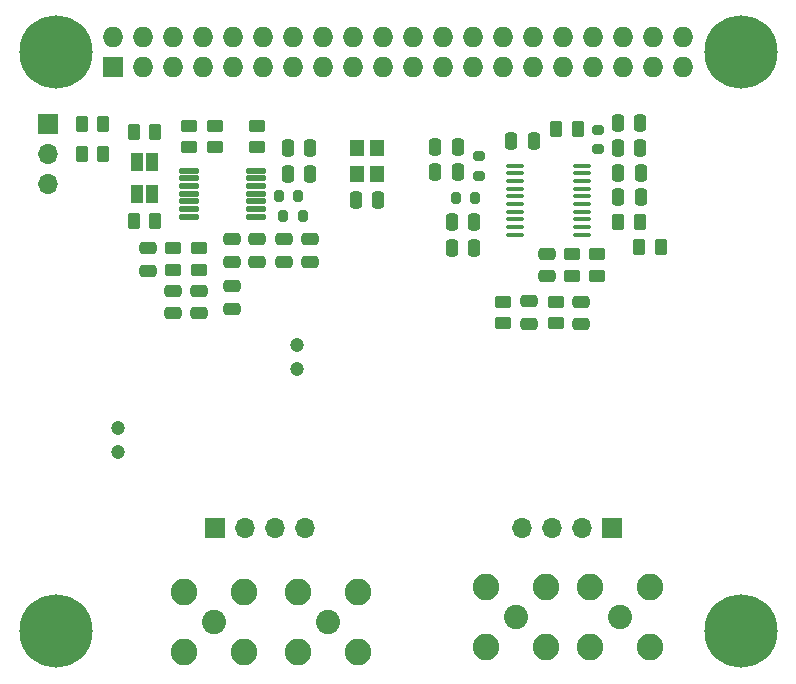
<source format=gbr>
%TF.GenerationSoftware,KiCad,Pcbnew,(6.0.7)*%
%TF.CreationDate,2022-08-28T16:53:58+02:00*%
%TF.ProjectId,RPi_Hat,5250695f-4861-4742-9e6b-696361645f70,rev?*%
%TF.SameCoordinates,Original*%
%TF.FileFunction,Soldermask,Top*%
%TF.FilePolarity,Negative*%
%FSLAX46Y46*%
G04 Gerber Fmt 4.6, Leading zero omitted, Abs format (unit mm)*
G04 Created by KiCad (PCBNEW (6.0.7)) date 2022-08-28 16:53:58*
%MOMM*%
%LPD*%
G01*
G04 APERTURE LIST*
G04 Aperture macros list*
%AMRoundRect*
0 Rectangle with rounded corners*
0 $1 Rounding radius*
0 $2 $3 $4 $5 $6 $7 $8 $9 X,Y pos of 4 corners*
0 Add a 4 corners polygon primitive as box body*
4,1,4,$2,$3,$4,$5,$6,$7,$8,$9,$2,$3,0*
0 Add four circle primitives for the rounded corners*
1,1,$1+$1,$2,$3*
1,1,$1+$1,$4,$5*
1,1,$1+$1,$6,$7*
1,1,$1+$1,$8,$9*
0 Add four rect primitives between the rounded corners*
20,1,$1+$1,$2,$3,$4,$5,0*
20,1,$1+$1,$4,$5,$6,$7,0*
20,1,$1+$1,$6,$7,$8,$9,0*
20,1,$1+$1,$8,$9,$2,$3,0*%
G04 Aperture macros list end*
%ADD10C,6.200000*%
%ADD11R,1.727200X1.727200*%
%ADD12O,1.727200X1.727200*%
%ADD13RoundRect,0.250000X-0.475000X0.250000X-0.475000X-0.250000X0.475000X-0.250000X0.475000X0.250000X0*%
%ADD14RoundRect,0.250000X0.450000X-0.262500X0.450000X0.262500X-0.450000X0.262500X-0.450000X-0.262500X0*%
%ADD15RoundRect,0.250000X-0.250000X-0.475000X0.250000X-0.475000X0.250000X0.475000X-0.250000X0.475000X0*%
%ADD16RoundRect,0.250000X-0.262500X-0.450000X0.262500X-0.450000X0.262500X0.450000X-0.262500X0.450000X0*%
%ADD17RoundRect,0.250000X0.262500X0.450000X-0.262500X0.450000X-0.262500X-0.450000X0.262500X-0.450000X0*%
%ADD18RoundRect,0.250000X0.475000X-0.250000X0.475000X0.250000X-0.475000X0.250000X-0.475000X-0.250000X0*%
%ADD19R,1.700000X1.700000*%
%ADD20O,1.700000X1.700000*%
%ADD21R,1.000000X1.500000*%
%ADD22RoundRect,0.250000X-0.450000X0.262500X-0.450000X-0.262500X0.450000X-0.262500X0.450000X0.262500X0*%
%ADD23C,1.200000*%
%ADD24RoundRect,0.200000X0.200000X0.275000X-0.200000X0.275000X-0.200000X-0.275000X0.200000X-0.275000X0*%
%ADD25RoundRect,0.200000X-0.200000X-0.275000X0.200000X-0.275000X0.200000X0.275000X-0.200000X0.275000X0*%
%ADD26R,1.200000X1.400000*%
%ADD27C,2.050000*%
%ADD28C,2.250000*%
%ADD29RoundRect,0.250000X0.250000X0.475000X-0.250000X0.475000X-0.250000X-0.475000X0.250000X-0.475000X0*%
%ADD30RoundRect,0.020500X0.764500X0.184500X-0.764500X0.184500X-0.764500X-0.184500X0.764500X-0.184500X0*%
%ADD31RoundRect,0.100000X-0.637500X-0.100000X0.637500X-0.100000X0.637500X0.100000X-0.637500X0.100000X0*%
%ADD32RoundRect,0.200000X-0.275000X0.200000X-0.275000X-0.200000X0.275000X-0.200000X0.275000X0.200000X0*%
%ADD33RoundRect,0.200000X0.275000X-0.200000X0.275000X0.200000X-0.275000X0.200000X-0.275000X-0.200000X0*%
G04 APERTURE END LIST*
D10*
%TO.C,*%
X174671600Y-62257200D03*
%TD*%
%TO.C,*%
X116671600Y-62257200D03*
%TD*%
%TO.C,*%
X116671600Y-111257200D03*
%TD*%
%TO.C,*%
X174671600Y-111257200D03*
%TD*%
D11*
%TO.C,J6*%
X121541600Y-63527200D03*
D12*
X121541600Y-60987200D03*
X124081600Y-63527200D03*
X124081600Y-60987200D03*
X126621600Y-63527200D03*
X126621600Y-60987200D03*
X129161600Y-63527200D03*
X129161600Y-60987200D03*
X131701600Y-63527200D03*
X131701600Y-60987200D03*
X134241600Y-63527200D03*
X134241600Y-60987200D03*
X136781600Y-63527200D03*
X136781600Y-60987200D03*
X139321600Y-63527200D03*
X139321600Y-60987200D03*
X141861600Y-63527200D03*
X141861600Y-60987200D03*
X144401600Y-63527200D03*
X144401600Y-60987200D03*
X146941600Y-63527200D03*
X146941600Y-60987200D03*
X149481600Y-63527200D03*
X149481600Y-60987200D03*
X152021600Y-63527200D03*
X152021600Y-60987200D03*
X154561600Y-63527200D03*
X154561600Y-60987200D03*
X157101600Y-63527200D03*
X157101600Y-60987200D03*
X159641600Y-63527200D03*
X159641600Y-60987200D03*
X162181600Y-63527200D03*
X162181600Y-60987200D03*
X164721600Y-63527200D03*
X164721600Y-60987200D03*
X167261600Y-63527200D03*
X167261600Y-60987200D03*
X169801600Y-63527200D03*
X169801600Y-60987200D03*
%TD*%
D13*
%TO.C,C3*%
X131572000Y-78094800D03*
X131572000Y-79994800D03*
%TD*%
D14*
%TO.C,R1*%
X128778000Y-80668500D03*
X128778000Y-78843500D03*
%TD*%
%TO.C,R10*%
X160426400Y-81176500D03*
X160426400Y-79351500D03*
%TD*%
D15*
%TO.C,C18*%
X155260000Y-69748400D03*
X157160000Y-69748400D03*
%TD*%
D13*
%TO.C,C10*%
X136017001Y-78094800D03*
X136017001Y-79994800D03*
%TD*%
D16*
%TO.C,R2*%
X123293500Y-69037200D03*
X125118500Y-69037200D03*
%TD*%
D17*
%TO.C,R15*%
X120698900Y-68326000D03*
X118873900Y-68326000D03*
%TD*%
D18*
%TO.C,C4*%
X124460000Y-80741600D03*
X124460000Y-78841600D03*
%TD*%
D19*
%TO.C,J7*%
X130159600Y-102514400D03*
D20*
X132699600Y-102514400D03*
X135239600Y-102514400D03*
X137779600Y-102514400D03*
%TD*%
D19*
%TO.C,J5*%
X116027200Y-68341000D03*
D20*
X116027200Y-70881000D03*
X116027200Y-73421000D03*
%TD*%
D21*
%TO.C,JP1*%
X123557000Y-71526401D03*
X124857000Y-71526401D03*
%TD*%
D22*
%TO.C,R12*%
X159004000Y-83364700D03*
X159004000Y-85189700D03*
%TD*%
D16*
%TO.C,R9*%
X159056700Y-68744400D03*
X160881700Y-68744400D03*
%TD*%
D14*
%TO.C,R14*%
X126593600Y-80668500D03*
X126593600Y-78843500D03*
%TD*%
D23*
%TO.C,C12*%
X137083800Y-87061800D03*
X137083800Y-89061800D03*
%TD*%
D15*
%TO.C,C21*%
X164302400Y-72440800D03*
X166202400Y-72440800D03*
%TD*%
%TO.C,C25*%
X142102800Y-74752200D03*
X144002800Y-74752200D03*
%TD*%
D13*
%TO.C,C17*%
X158292800Y-79314000D03*
X158292800Y-81214000D03*
%TD*%
%TO.C,C9*%
X138201400Y-78094800D03*
X138201400Y-79994800D03*
%TD*%
D24*
%TO.C,L1*%
X137197600Y-74447400D03*
X135547600Y-74447400D03*
%TD*%
D18*
%TO.C,C22*%
X156768800Y-85227200D03*
X156768800Y-83327200D03*
%TD*%
%TO.C,C2*%
X128828800Y-84338200D03*
X128828800Y-82438200D03*
%TD*%
D22*
%TO.C,R13*%
X154533600Y-83362800D03*
X154533600Y-85187800D03*
%TD*%
D15*
%TO.C,C15*%
X164251600Y-68224400D03*
X166151600Y-68224400D03*
%TD*%
D16*
%TO.C,R3*%
X123293500Y-76555600D03*
X125118500Y-76555600D03*
%TD*%
D18*
%TO.C,C24*%
X161137600Y-85278000D03*
X161137600Y-83378000D03*
%TD*%
D17*
%TO.C,R7*%
X166114100Y-76657200D03*
X164289100Y-76657200D03*
%TD*%
D25*
%TO.C,L5*%
X150559000Y-74549000D03*
X152209000Y-74549000D03*
%TD*%
D18*
%TO.C,C1*%
X126619000Y-84363600D03*
X126619000Y-82463600D03*
%TD*%
D15*
%TO.C,C5*%
X136311600Y-70358000D03*
X138211600Y-70358000D03*
%TD*%
D13*
%TO.C,C7*%
X133705600Y-78094800D03*
X133705600Y-79994800D03*
%TD*%
D15*
%TO.C,C19*%
X164302400Y-74523600D03*
X166202400Y-74523600D03*
%TD*%
D26*
%TO.C,Y1*%
X143902800Y-72524800D03*
X143902800Y-70324800D03*
X142202800Y-70324800D03*
X142202800Y-72524800D03*
%TD*%
D19*
%TO.C,J8*%
X163769200Y-102489000D03*
D20*
X161229200Y-102489000D03*
X158689200Y-102489000D03*
X156149200Y-102489000D03*
%TD*%
D14*
%TO.C,R11*%
X162509200Y-81176500D03*
X162509200Y-79351500D03*
%TD*%
D27*
%TO.C,J1*%
X139700000Y-110490000D03*
D28*
X142240000Y-107950000D03*
X137160000Y-107950000D03*
X142240000Y-113030000D03*
X137160000Y-113030000D03*
%TD*%
D27*
%TO.C,J3*%
X164439600Y-110083600D03*
D28*
X166979600Y-107543600D03*
X161899600Y-107543600D03*
X161899600Y-112623600D03*
X166979600Y-112623600D03*
%TD*%
D15*
%TO.C,C8*%
X136311600Y-72593200D03*
X138211600Y-72593200D03*
%TD*%
D14*
%TO.C,R4*%
X130149600Y-70305300D03*
X130149600Y-68480300D03*
%TD*%
D15*
%TO.C,C16*%
X164287200Y-70348600D03*
X166187200Y-70348600D03*
%TD*%
D14*
%TO.C,R5*%
X127965200Y-70305300D03*
X127965200Y-68480300D03*
%TD*%
D29*
%TO.C,C23*%
X152130800Y-78790800D03*
X150230800Y-78790800D03*
%TD*%
D17*
%TO.C,R8*%
X167892100Y-78740000D03*
X166067100Y-78740000D03*
%TD*%
D23*
%TO.C,C11*%
X121920000Y-94062800D03*
X121920000Y-96062800D03*
%TD*%
D14*
%TO.C,R6*%
X133705600Y-70305300D03*
X133705600Y-68480300D03*
%TD*%
D30*
%TO.C,U1*%
X133680000Y-76168800D03*
X133680000Y-75518800D03*
X133680000Y-74868800D03*
X133680000Y-74218800D03*
X133680000Y-73568800D03*
X133680000Y-72918800D03*
X133680000Y-72268800D03*
X127940000Y-72268800D03*
X127940000Y-72918800D03*
X127940000Y-73568800D03*
X127940000Y-74218800D03*
X127940000Y-74868800D03*
X127940000Y-75518800D03*
X127940000Y-76168800D03*
%TD*%
D18*
%TO.C,C6*%
X131572000Y-83957200D03*
X131572000Y-82057200D03*
%TD*%
D29*
%TO.C,C20*%
X152130800Y-76657200D03*
X150230800Y-76657200D03*
%TD*%
D31*
%TO.C,U3*%
X155531900Y-71852600D03*
X155531900Y-72502600D03*
X155531900Y-73152600D03*
X155531900Y-73802600D03*
X155531900Y-74452600D03*
X155531900Y-75102600D03*
X155531900Y-75752600D03*
X155531900Y-76402600D03*
X155531900Y-77052600D03*
X155531900Y-77702600D03*
X161256900Y-77702600D03*
X161256900Y-77052600D03*
X161256900Y-76402600D03*
X161256900Y-75752600D03*
X161256900Y-75102600D03*
X161256900Y-74452600D03*
X161256900Y-73802600D03*
X161256900Y-73152600D03*
X161256900Y-72502600D03*
X161256900Y-71852600D03*
%TD*%
D17*
%TO.C,R16*%
X120698900Y-70866000D03*
X118873900Y-70866000D03*
%TD*%
D32*
%TO.C,L4*%
X162636200Y-68821800D03*
X162636200Y-70471800D03*
%TD*%
D27*
%TO.C,J2*%
X130098800Y-110490000D03*
D28*
X132638800Y-113030000D03*
X127558800Y-113030000D03*
X127558800Y-107950000D03*
X132638800Y-107950000D03*
%TD*%
D29*
%TO.C,C14*%
X150708400Y-70256400D03*
X148808400Y-70256400D03*
%TD*%
D24*
%TO.C,L2*%
X137604000Y-76073000D03*
X135954000Y-76073000D03*
%TD*%
D29*
%TO.C,C13*%
X150708400Y-72390000D03*
X148808400Y-72390000D03*
%TD*%
D33*
%TO.C,L3*%
X152527000Y-72707000D03*
X152527000Y-71057000D03*
%TD*%
D21*
%TO.C,JP2*%
X123557000Y-74218801D03*
X124857000Y-74218801D03*
%TD*%
D27*
%TO.C,J4*%
X155651200Y-110083600D03*
D28*
X153111200Y-107543600D03*
X153111200Y-112623600D03*
X158191200Y-112623600D03*
X158191200Y-107543600D03*
%TD*%
M02*

</source>
